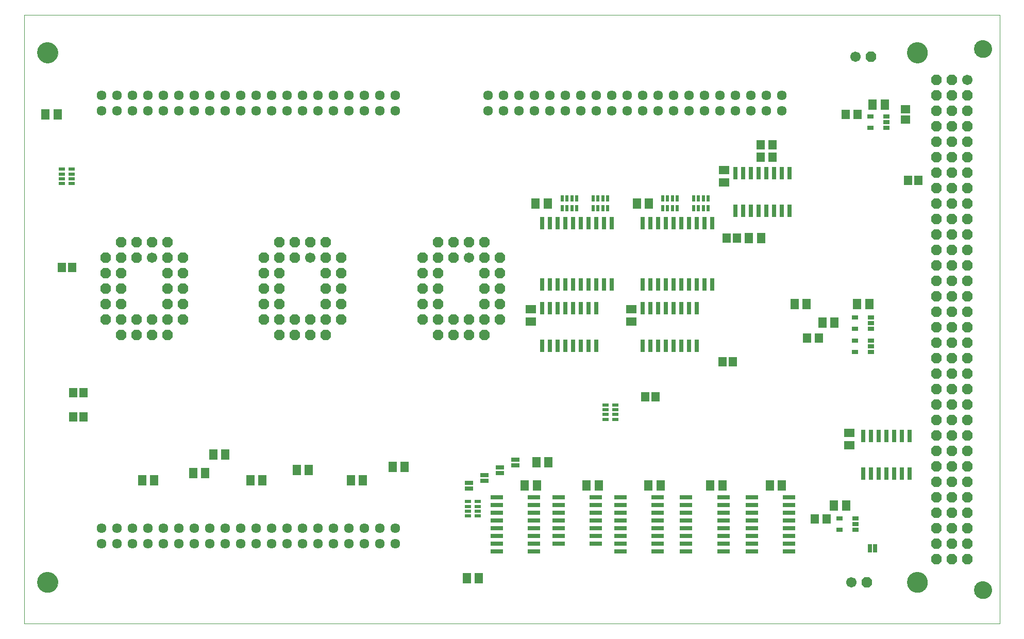
<source format=gts>
G75*
%MOIN*%
%OFA0B0*%
%FSLAX25Y25*%
%IPPOS*%
%LPD*%
%AMOC8*
5,1,8,0,0,1.08239X$1,22.5*
%
%ADD10C,0.06700*%
%ADD11OC8,0.06700*%
%ADD12R,0.05400X0.02900*%
%ADD13R,0.05518X0.06306*%
%ADD14R,0.06306X0.05518*%
%ADD15R,0.04298X0.03117*%
%ADD16R,0.05518X0.06699*%
%ADD17R,0.02900X0.05400*%
%ADD18R,0.03937X0.02362*%
%ADD19R,0.03000X0.08400*%
%ADD20R,0.06699X0.05518*%
%ADD21R,0.02362X0.03937*%
%ADD22R,0.08400X0.03000*%
%ADD23C,0.06337*%
%ADD24C,0.00000*%
%ADD25C,0.11400*%
%ADD26C,0.13400*%
D10*
X0130833Y0311100D03*
X0233333Y0311100D03*
X0335833Y0311100D03*
X0585833Y0441100D03*
X0658333Y0426100D03*
X0583333Y0101100D03*
D11*
X0593333Y0101100D03*
X0638333Y0116100D03*
X0638333Y0126100D03*
X0638333Y0136100D03*
X0638333Y0146100D03*
X0638333Y0156100D03*
X0638333Y0166100D03*
X0638333Y0176100D03*
X0638333Y0186100D03*
X0638333Y0196100D03*
X0638333Y0206100D03*
X0638333Y0216100D03*
X0638333Y0226100D03*
X0638333Y0236100D03*
X0638333Y0246100D03*
X0638333Y0256100D03*
X0638333Y0266100D03*
X0638333Y0276100D03*
X0638333Y0286100D03*
X0638333Y0296100D03*
X0638333Y0306100D03*
X0638333Y0316100D03*
X0638333Y0326100D03*
X0638333Y0336100D03*
X0638333Y0346100D03*
X0638333Y0356100D03*
X0638333Y0366100D03*
X0638333Y0376100D03*
X0638333Y0386100D03*
X0638333Y0396100D03*
X0638333Y0406100D03*
X0638333Y0416100D03*
X0638333Y0426100D03*
X0648333Y0426100D03*
X0648333Y0416100D03*
X0658333Y0416100D03*
X0658333Y0406100D03*
X0648333Y0406100D03*
X0648333Y0396100D03*
X0658333Y0396100D03*
X0658333Y0386100D03*
X0648333Y0386100D03*
X0648333Y0376100D03*
X0658333Y0376100D03*
X0658333Y0366100D03*
X0648333Y0366100D03*
X0648333Y0356100D03*
X0658333Y0356100D03*
X0658333Y0346100D03*
X0648333Y0346100D03*
X0648333Y0336100D03*
X0648333Y0326100D03*
X0658333Y0326100D03*
X0658333Y0336100D03*
X0658333Y0316100D03*
X0648333Y0316100D03*
X0648333Y0306100D03*
X0658333Y0306100D03*
X0658333Y0296100D03*
X0648333Y0296100D03*
X0648333Y0286100D03*
X0658333Y0286100D03*
X0658333Y0276100D03*
X0648333Y0276100D03*
X0648333Y0266100D03*
X0658333Y0266100D03*
X0658333Y0256100D03*
X0648333Y0256100D03*
X0648333Y0246100D03*
X0658333Y0246100D03*
X0658333Y0236100D03*
X0648333Y0236100D03*
X0648333Y0226100D03*
X0658333Y0226100D03*
X0658333Y0216100D03*
X0648333Y0216100D03*
X0648333Y0206100D03*
X0658333Y0206100D03*
X0658333Y0196100D03*
X0648333Y0196100D03*
X0648333Y0186100D03*
X0658333Y0186100D03*
X0658333Y0176100D03*
X0648333Y0176100D03*
X0648333Y0166100D03*
X0658333Y0166100D03*
X0658333Y0156100D03*
X0648333Y0156100D03*
X0648333Y0146100D03*
X0648333Y0136100D03*
X0658333Y0136100D03*
X0658333Y0146100D03*
X0658333Y0126100D03*
X0648333Y0126100D03*
X0648333Y0116100D03*
X0658333Y0116100D03*
X0355833Y0271100D03*
X0355833Y0281100D03*
X0345833Y0281100D03*
X0345833Y0271100D03*
X0335833Y0271100D03*
X0325833Y0271100D03*
X0315833Y0271100D03*
X0305833Y0271100D03*
X0305833Y0281100D03*
X0315833Y0281100D03*
X0315833Y0291100D03*
X0305833Y0291100D03*
X0305833Y0301100D03*
X0315833Y0301100D03*
X0315833Y0311100D03*
X0305833Y0311100D03*
X0315833Y0321100D03*
X0325833Y0321100D03*
X0325833Y0311100D03*
X0335833Y0321100D03*
X0345833Y0321100D03*
X0345833Y0311100D03*
X0345833Y0301100D03*
X0345833Y0291100D03*
X0355833Y0291100D03*
X0355833Y0301100D03*
X0355833Y0311100D03*
X0345833Y0261100D03*
X0335833Y0261100D03*
X0325833Y0261100D03*
X0315833Y0261100D03*
X0253333Y0271100D03*
X0243333Y0271100D03*
X0243333Y0281100D03*
X0253333Y0281100D03*
X0253333Y0291100D03*
X0243333Y0291100D03*
X0243333Y0301100D03*
X0253333Y0301100D03*
X0253333Y0311100D03*
X0243333Y0311100D03*
X0243333Y0321100D03*
X0233333Y0321100D03*
X0223333Y0321100D03*
X0213333Y0321100D03*
X0213333Y0311100D03*
X0223333Y0311100D03*
X0213333Y0301100D03*
X0203333Y0301100D03*
X0203333Y0291100D03*
X0203333Y0281100D03*
X0203333Y0271100D03*
X0213333Y0271100D03*
X0213333Y0281100D03*
X0223333Y0271100D03*
X0233333Y0271100D03*
X0233333Y0261100D03*
X0223333Y0261100D03*
X0213333Y0261100D03*
X0243333Y0261100D03*
X0213333Y0291100D03*
X0203333Y0311100D03*
X0150833Y0311100D03*
X0140833Y0311100D03*
X0140833Y0301100D03*
X0140833Y0291100D03*
X0140833Y0281100D03*
X0140833Y0271100D03*
X0130833Y0271100D03*
X0120833Y0271100D03*
X0110833Y0271100D03*
X0100833Y0271100D03*
X0100833Y0281100D03*
X0110833Y0281100D03*
X0110833Y0291100D03*
X0100833Y0291100D03*
X0100833Y0301100D03*
X0110833Y0301100D03*
X0110833Y0311100D03*
X0100833Y0311100D03*
X0110833Y0321100D03*
X0120833Y0321100D03*
X0130833Y0321100D03*
X0140833Y0321100D03*
X0120833Y0311100D03*
X0150833Y0301100D03*
X0150833Y0291100D03*
X0150833Y0281100D03*
X0150833Y0271100D03*
X0140833Y0261100D03*
X0130833Y0261100D03*
X0120833Y0261100D03*
X0110833Y0261100D03*
X0595833Y0441100D03*
D12*
X0365833Y0180372D03*
X0365833Y0176828D03*
X0355833Y0175372D03*
X0355833Y0171828D03*
X0345833Y0170372D03*
X0345833Y0166828D03*
X0335833Y0165372D03*
X0335833Y0161828D03*
D13*
X0449987Y0221100D03*
X0456680Y0221100D03*
X0499987Y0243600D03*
X0506680Y0243600D03*
X0554593Y0259100D03*
X0562073Y0259100D03*
X0509180Y0323600D03*
X0502487Y0323600D03*
X0524593Y0376100D03*
X0532073Y0376100D03*
X0532073Y0384100D03*
X0524593Y0384100D03*
X0579593Y0403600D03*
X0587073Y0403600D03*
X0619987Y0361100D03*
X0626680Y0361100D03*
X0567073Y0142100D03*
X0559593Y0142100D03*
X0086680Y0208100D03*
X0079987Y0208100D03*
X0079987Y0223600D03*
X0086680Y0223600D03*
X0079180Y0304600D03*
X0072487Y0304600D03*
D14*
X0618333Y0400254D03*
X0618333Y0406946D03*
D15*
X0605912Y0402340D03*
X0605912Y0398600D03*
X0605912Y0394860D03*
X0595715Y0394860D03*
X0595715Y0402340D03*
X0595912Y0272340D03*
X0595912Y0268600D03*
X0595912Y0264860D03*
X0595912Y0257340D03*
X0595912Y0253600D03*
X0595912Y0249860D03*
X0585715Y0249860D03*
X0585715Y0257340D03*
X0585715Y0264860D03*
X0585715Y0272340D03*
X0585912Y0142340D03*
X0585912Y0138600D03*
X0585912Y0134860D03*
X0575715Y0134860D03*
X0575715Y0142340D03*
D16*
X0571896Y0150600D03*
X0579770Y0150600D03*
X0538270Y0163600D03*
X0530396Y0163600D03*
X0499770Y0163600D03*
X0491896Y0163600D03*
X0459770Y0163600D03*
X0451896Y0163600D03*
X0419770Y0163600D03*
X0411896Y0163600D03*
X0387270Y0178600D03*
X0379396Y0178600D03*
X0379770Y0163600D03*
X0371896Y0163600D03*
X0342270Y0103600D03*
X0334396Y0103600D03*
X0267270Y0167100D03*
X0259396Y0167100D03*
X0232270Y0173600D03*
X0224396Y0173600D03*
X0202270Y0167100D03*
X0194396Y0167100D03*
X0178270Y0183600D03*
X0170396Y0183600D03*
X0165270Y0171600D03*
X0157396Y0171600D03*
X0132270Y0167100D03*
X0124396Y0167100D03*
X0286396Y0175600D03*
X0294270Y0175600D03*
X0378896Y0346100D03*
X0386770Y0346100D03*
X0444396Y0346100D03*
X0452270Y0346100D03*
X0516896Y0323600D03*
X0524770Y0323600D03*
X0546396Y0281100D03*
X0554270Y0281100D03*
X0564396Y0269100D03*
X0572270Y0269100D03*
X0586896Y0281100D03*
X0594770Y0281100D03*
X0596896Y0410100D03*
X0604770Y0410100D03*
X0069770Y0403600D03*
X0061896Y0403600D03*
D17*
X0595062Y0123100D03*
X0598605Y0123100D03*
D18*
X0430483Y0206376D03*
X0430483Y0209525D03*
X0430483Y0212675D03*
X0430483Y0215824D03*
X0424184Y0215824D03*
X0424184Y0212675D03*
X0424184Y0209525D03*
X0424184Y0206376D03*
X0341483Y0153324D03*
X0341483Y0150175D03*
X0341483Y0147025D03*
X0341483Y0143876D03*
X0335184Y0143876D03*
X0335184Y0147025D03*
X0335184Y0150175D03*
X0335184Y0153324D03*
X0078983Y0358876D03*
X0078983Y0362025D03*
X0078983Y0365175D03*
X0078983Y0368324D03*
X0072684Y0368324D03*
X0072684Y0365175D03*
X0072684Y0362025D03*
X0072684Y0358876D03*
D19*
X0383333Y0333400D03*
X0388333Y0333400D03*
X0393333Y0333400D03*
X0398333Y0333400D03*
X0403333Y0333400D03*
X0408333Y0333400D03*
X0413333Y0333400D03*
X0418333Y0333400D03*
X0423333Y0333400D03*
X0428333Y0333400D03*
X0448333Y0333400D03*
X0453333Y0333400D03*
X0458333Y0333400D03*
X0463333Y0333400D03*
X0468333Y0333400D03*
X0473333Y0333400D03*
X0478333Y0333400D03*
X0483333Y0333400D03*
X0488333Y0333400D03*
X0493333Y0333400D03*
X0508333Y0341500D03*
X0513333Y0341500D03*
X0518333Y0341500D03*
X0523333Y0341500D03*
X0528333Y0341500D03*
X0533333Y0341500D03*
X0538333Y0341500D03*
X0543333Y0341500D03*
X0543333Y0365700D03*
X0538333Y0365700D03*
X0533333Y0365700D03*
X0528333Y0365700D03*
X0523333Y0365700D03*
X0518333Y0365700D03*
X0513333Y0365700D03*
X0508333Y0365700D03*
X0493333Y0293800D03*
X0488333Y0293800D03*
X0483333Y0293800D03*
X0478333Y0293800D03*
X0473333Y0293800D03*
X0468333Y0293800D03*
X0463333Y0293800D03*
X0458333Y0293800D03*
X0453333Y0293800D03*
X0448333Y0293800D03*
X0448333Y0278200D03*
X0453333Y0278200D03*
X0458333Y0278200D03*
X0463333Y0278200D03*
X0468333Y0278200D03*
X0473333Y0278200D03*
X0478333Y0278200D03*
X0483333Y0278200D03*
X0483333Y0254000D03*
X0478333Y0254000D03*
X0473333Y0254000D03*
X0468333Y0254000D03*
X0463333Y0254000D03*
X0458333Y0254000D03*
X0453333Y0254000D03*
X0448333Y0254000D03*
X0418333Y0254000D03*
X0413333Y0254000D03*
X0408333Y0254000D03*
X0403333Y0254000D03*
X0398333Y0254000D03*
X0393333Y0254000D03*
X0388333Y0254000D03*
X0383333Y0254000D03*
X0383333Y0278200D03*
X0388333Y0278200D03*
X0393333Y0278200D03*
X0398333Y0278200D03*
X0403333Y0278200D03*
X0408333Y0278200D03*
X0413333Y0278200D03*
X0418333Y0278200D03*
X0418333Y0293800D03*
X0413333Y0293800D03*
X0408333Y0293800D03*
X0403333Y0293800D03*
X0398333Y0293800D03*
X0393333Y0293800D03*
X0388333Y0293800D03*
X0383333Y0293800D03*
X0423333Y0293800D03*
X0428333Y0293800D03*
X0590833Y0195700D03*
X0595833Y0195700D03*
X0600833Y0195700D03*
X0605833Y0195700D03*
X0610833Y0195700D03*
X0615833Y0195700D03*
X0620833Y0195700D03*
X0620833Y0171500D03*
X0615833Y0171500D03*
X0610833Y0171500D03*
X0605833Y0171500D03*
X0600833Y0171500D03*
X0595833Y0171500D03*
X0590833Y0171500D03*
D20*
X0581833Y0189663D03*
X0581833Y0197537D03*
X0440833Y0269663D03*
X0440833Y0277537D03*
X0375833Y0277537D03*
X0375833Y0269663D03*
X0500833Y0359663D03*
X0500833Y0367537D03*
D21*
X0490558Y0349250D03*
X0487408Y0349250D03*
X0484259Y0349250D03*
X0481109Y0349250D03*
X0481109Y0342950D03*
X0484259Y0342950D03*
X0487408Y0342950D03*
X0490558Y0342950D03*
X0470558Y0342950D03*
X0467408Y0342950D03*
X0464259Y0342950D03*
X0461109Y0342950D03*
X0461109Y0349250D03*
X0464259Y0349250D03*
X0467408Y0349250D03*
X0470558Y0349250D03*
X0425558Y0349250D03*
X0422408Y0349250D03*
X0419259Y0349250D03*
X0416109Y0349250D03*
X0416109Y0342950D03*
X0419259Y0342950D03*
X0422408Y0342950D03*
X0425558Y0342950D03*
X0405558Y0342950D03*
X0402408Y0342950D03*
X0399259Y0342950D03*
X0396109Y0342950D03*
X0396109Y0349250D03*
X0399259Y0349250D03*
X0402408Y0349250D03*
X0405558Y0349250D03*
D22*
X0393733Y0156100D03*
X0393733Y0151100D03*
X0393733Y0146100D03*
X0393733Y0141100D03*
X0393733Y0136100D03*
X0393733Y0131100D03*
X0393733Y0126100D03*
X0377933Y0126100D03*
X0377933Y0121100D03*
X0377933Y0131100D03*
X0377933Y0136100D03*
X0377933Y0141100D03*
X0377933Y0146100D03*
X0377933Y0151100D03*
X0377933Y0156100D03*
X0353733Y0156100D03*
X0353733Y0151100D03*
X0353733Y0146100D03*
X0353733Y0141100D03*
X0353733Y0136100D03*
X0353733Y0131100D03*
X0353733Y0126100D03*
X0353733Y0121100D03*
X0417933Y0126100D03*
X0417933Y0131100D03*
X0417933Y0136100D03*
X0417933Y0141100D03*
X0417933Y0146100D03*
X0417933Y0151100D03*
X0417933Y0156100D03*
X0433733Y0156100D03*
X0433733Y0151100D03*
X0433733Y0146100D03*
X0433733Y0141100D03*
X0433733Y0136100D03*
X0433733Y0131100D03*
X0433733Y0126100D03*
X0433733Y0121100D03*
X0457933Y0121100D03*
X0457933Y0126100D03*
X0457933Y0131100D03*
X0457933Y0136100D03*
X0457933Y0141100D03*
X0457933Y0146100D03*
X0457933Y0151100D03*
X0457933Y0156100D03*
X0476233Y0156100D03*
X0476233Y0151100D03*
X0476233Y0146100D03*
X0476233Y0141100D03*
X0476233Y0136100D03*
X0476233Y0131100D03*
X0476233Y0126100D03*
X0476233Y0121100D03*
X0500433Y0121100D03*
X0500433Y0126100D03*
X0500433Y0131100D03*
X0500433Y0136100D03*
X0500433Y0141100D03*
X0500433Y0146100D03*
X0500433Y0151100D03*
X0500433Y0156100D03*
X0518733Y0156100D03*
X0518733Y0151100D03*
X0518733Y0146100D03*
X0518733Y0141100D03*
X0518733Y0136100D03*
X0518733Y0131100D03*
X0518733Y0126100D03*
X0518733Y0121100D03*
X0542933Y0121100D03*
X0542933Y0126100D03*
X0542933Y0131100D03*
X0542933Y0136100D03*
X0542933Y0141100D03*
X0542933Y0146100D03*
X0542933Y0151100D03*
X0542933Y0156100D03*
D23*
X0288333Y0136100D03*
X0278333Y0136100D03*
X0268333Y0136100D03*
X0258333Y0136100D03*
X0248333Y0136100D03*
X0238333Y0136100D03*
X0228333Y0136100D03*
X0218333Y0136100D03*
X0208333Y0136100D03*
X0198333Y0136100D03*
X0188333Y0136100D03*
X0178333Y0136100D03*
X0168333Y0136100D03*
X0158333Y0136100D03*
X0148333Y0136100D03*
X0138333Y0136100D03*
X0128333Y0136100D03*
X0118333Y0136100D03*
X0108333Y0136100D03*
X0098333Y0136100D03*
X0098333Y0126100D03*
X0108333Y0126100D03*
X0118333Y0126100D03*
X0128333Y0126100D03*
X0138333Y0126100D03*
X0148333Y0126100D03*
X0158333Y0126100D03*
X0168333Y0126100D03*
X0178333Y0126100D03*
X0188333Y0126100D03*
X0198333Y0126100D03*
X0208333Y0126100D03*
X0218333Y0126100D03*
X0228333Y0126100D03*
X0238333Y0126100D03*
X0248333Y0126100D03*
X0258333Y0126100D03*
X0268333Y0126100D03*
X0278333Y0126100D03*
X0288333Y0126100D03*
X0288333Y0406100D03*
X0278333Y0406100D03*
X0268333Y0406100D03*
X0258333Y0406100D03*
X0248333Y0406100D03*
X0238333Y0406100D03*
X0228333Y0406100D03*
X0218333Y0406100D03*
X0208333Y0406100D03*
X0198333Y0406100D03*
X0188333Y0406100D03*
X0178333Y0406100D03*
X0168333Y0406100D03*
X0158333Y0406100D03*
X0148333Y0406100D03*
X0138333Y0406100D03*
X0128333Y0406100D03*
X0118333Y0406100D03*
X0108333Y0406100D03*
X0098333Y0406100D03*
X0098333Y0416100D03*
X0108333Y0416100D03*
X0118333Y0416100D03*
X0128333Y0416100D03*
X0138333Y0416100D03*
X0148333Y0416100D03*
X0158333Y0416100D03*
X0168333Y0416100D03*
X0178333Y0416100D03*
X0188333Y0416100D03*
X0198333Y0416100D03*
X0208333Y0416100D03*
X0218333Y0416100D03*
X0228333Y0416100D03*
X0238333Y0416100D03*
X0248333Y0416100D03*
X0258333Y0416100D03*
X0268333Y0416100D03*
X0278333Y0416100D03*
X0288333Y0416100D03*
X0348333Y0416100D03*
X0358333Y0416100D03*
X0368333Y0416100D03*
X0368333Y0406100D03*
X0358333Y0406100D03*
X0348333Y0406100D03*
X0378333Y0406100D03*
X0388333Y0406100D03*
X0388333Y0416100D03*
X0378333Y0416100D03*
X0398333Y0416100D03*
X0408333Y0416100D03*
X0418333Y0416100D03*
X0418333Y0406100D03*
X0408333Y0406100D03*
X0398333Y0406100D03*
X0428333Y0406100D03*
X0438333Y0406100D03*
X0438333Y0416100D03*
X0428333Y0416100D03*
X0448333Y0416100D03*
X0458333Y0416100D03*
X0468333Y0416100D03*
X0468333Y0406100D03*
X0458333Y0406100D03*
X0448333Y0406100D03*
X0478333Y0406100D03*
X0488333Y0406100D03*
X0488333Y0416100D03*
X0478333Y0416100D03*
X0498333Y0416100D03*
X0508333Y0416100D03*
X0508333Y0406100D03*
X0498333Y0406100D03*
X0518333Y0406100D03*
X0528333Y0406100D03*
X0538333Y0406100D03*
X0538333Y0416100D03*
X0528333Y0416100D03*
X0518333Y0416100D03*
D24*
X0048333Y0468000D02*
X0048333Y0074200D01*
X0679333Y0074200D01*
X0679333Y0468000D01*
X0048333Y0468000D01*
X0056833Y0443600D02*
X0056835Y0443761D01*
X0056841Y0443921D01*
X0056851Y0444082D01*
X0056865Y0444242D01*
X0056883Y0444402D01*
X0056904Y0444561D01*
X0056930Y0444720D01*
X0056960Y0444878D01*
X0056993Y0445035D01*
X0057031Y0445192D01*
X0057072Y0445347D01*
X0057117Y0445501D01*
X0057166Y0445654D01*
X0057219Y0445806D01*
X0057275Y0445957D01*
X0057336Y0446106D01*
X0057399Y0446254D01*
X0057467Y0446400D01*
X0057538Y0446544D01*
X0057612Y0446686D01*
X0057690Y0446827D01*
X0057772Y0446965D01*
X0057857Y0447102D01*
X0057945Y0447236D01*
X0058037Y0447368D01*
X0058132Y0447498D01*
X0058230Y0447626D01*
X0058331Y0447751D01*
X0058435Y0447873D01*
X0058542Y0447993D01*
X0058652Y0448110D01*
X0058765Y0448225D01*
X0058881Y0448336D01*
X0059000Y0448445D01*
X0059121Y0448550D01*
X0059245Y0448653D01*
X0059371Y0448753D01*
X0059499Y0448849D01*
X0059630Y0448942D01*
X0059764Y0449032D01*
X0059899Y0449119D01*
X0060037Y0449202D01*
X0060176Y0449282D01*
X0060318Y0449358D01*
X0060461Y0449431D01*
X0060606Y0449500D01*
X0060753Y0449566D01*
X0060901Y0449628D01*
X0061051Y0449686D01*
X0061202Y0449741D01*
X0061355Y0449792D01*
X0061509Y0449839D01*
X0061664Y0449882D01*
X0061820Y0449921D01*
X0061976Y0449957D01*
X0062134Y0449988D01*
X0062292Y0450016D01*
X0062451Y0450040D01*
X0062611Y0450060D01*
X0062771Y0450076D01*
X0062931Y0450088D01*
X0063092Y0450096D01*
X0063253Y0450100D01*
X0063413Y0450100D01*
X0063574Y0450096D01*
X0063735Y0450088D01*
X0063895Y0450076D01*
X0064055Y0450060D01*
X0064215Y0450040D01*
X0064374Y0450016D01*
X0064532Y0449988D01*
X0064690Y0449957D01*
X0064846Y0449921D01*
X0065002Y0449882D01*
X0065157Y0449839D01*
X0065311Y0449792D01*
X0065464Y0449741D01*
X0065615Y0449686D01*
X0065765Y0449628D01*
X0065913Y0449566D01*
X0066060Y0449500D01*
X0066205Y0449431D01*
X0066348Y0449358D01*
X0066490Y0449282D01*
X0066629Y0449202D01*
X0066767Y0449119D01*
X0066902Y0449032D01*
X0067036Y0448942D01*
X0067167Y0448849D01*
X0067295Y0448753D01*
X0067421Y0448653D01*
X0067545Y0448550D01*
X0067666Y0448445D01*
X0067785Y0448336D01*
X0067901Y0448225D01*
X0068014Y0448110D01*
X0068124Y0447993D01*
X0068231Y0447873D01*
X0068335Y0447751D01*
X0068436Y0447626D01*
X0068534Y0447498D01*
X0068629Y0447368D01*
X0068721Y0447236D01*
X0068809Y0447102D01*
X0068894Y0446965D01*
X0068976Y0446827D01*
X0069054Y0446686D01*
X0069128Y0446544D01*
X0069199Y0446400D01*
X0069267Y0446254D01*
X0069330Y0446106D01*
X0069391Y0445957D01*
X0069447Y0445806D01*
X0069500Y0445654D01*
X0069549Y0445501D01*
X0069594Y0445347D01*
X0069635Y0445192D01*
X0069673Y0445035D01*
X0069706Y0444878D01*
X0069736Y0444720D01*
X0069762Y0444561D01*
X0069783Y0444402D01*
X0069801Y0444242D01*
X0069815Y0444082D01*
X0069825Y0443921D01*
X0069831Y0443761D01*
X0069833Y0443600D01*
X0069831Y0443439D01*
X0069825Y0443279D01*
X0069815Y0443118D01*
X0069801Y0442958D01*
X0069783Y0442798D01*
X0069762Y0442639D01*
X0069736Y0442480D01*
X0069706Y0442322D01*
X0069673Y0442165D01*
X0069635Y0442008D01*
X0069594Y0441853D01*
X0069549Y0441699D01*
X0069500Y0441546D01*
X0069447Y0441394D01*
X0069391Y0441243D01*
X0069330Y0441094D01*
X0069267Y0440946D01*
X0069199Y0440800D01*
X0069128Y0440656D01*
X0069054Y0440514D01*
X0068976Y0440373D01*
X0068894Y0440235D01*
X0068809Y0440098D01*
X0068721Y0439964D01*
X0068629Y0439832D01*
X0068534Y0439702D01*
X0068436Y0439574D01*
X0068335Y0439449D01*
X0068231Y0439327D01*
X0068124Y0439207D01*
X0068014Y0439090D01*
X0067901Y0438975D01*
X0067785Y0438864D01*
X0067666Y0438755D01*
X0067545Y0438650D01*
X0067421Y0438547D01*
X0067295Y0438447D01*
X0067167Y0438351D01*
X0067036Y0438258D01*
X0066902Y0438168D01*
X0066767Y0438081D01*
X0066629Y0437998D01*
X0066490Y0437918D01*
X0066348Y0437842D01*
X0066205Y0437769D01*
X0066060Y0437700D01*
X0065913Y0437634D01*
X0065765Y0437572D01*
X0065615Y0437514D01*
X0065464Y0437459D01*
X0065311Y0437408D01*
X0065157Y0437361D01*
X0065002Y0437318D01*
X0064846Y0437279D01*
X0064690Y0437243D01*
X0064532Y0437212D01*
X0064374Y0437184D01*
X0064215Y0437160D01*
X0064055Y0437140D01*
X0063895Y0437124D01*
X0063735Y0437112D01*
X0063574Y0437104D01*
X0063413Y0437100D01*
X0063253Y0437100D01*
X0063092Y0437104D01*
X0062931Y0437112D01*
X0062771Y0437124D01*
X0062611Y0437140D01*
X0062451Y0437160D01*
X0062292Y0437184D01*
X0062134Y0437212D01*
X0061976Y0437243D01*
X0061820Y0437279D01*
X0061664Y0437318D01*
X0061509Y0437361D01*
X0061355Y0437408D01*
X0061202Y0437459D01*
X0061051Y0437514D01*
X0060901Y0437572D01*
X0060753Y0437634D01*
X0060606Y0437700D01*
X0060461Y0437769D01*
X0060318Y0437842D01*
X0060176Y0437918D01*
X0060037Y0437998D01*
X0059899Y0438081D01*
X0059764Y0438168D01*
X0059630Y0438258D01*
X0059499Y0438351D01*
X0059371Y0438447D01*
X0059245Y0438547D01*
X0059121Y0438650D01*
X0059000Y0438755D01*
X0058881Y0438864D01*
X0058765Y0438975D01*
X0058652Y0439090D01*
X0058542Y0439207D01*
X0058435Y0439327D01*
X0058331Y0439449D01*
X0058230Y0439574D01*
X0058132Y0439702D01*
X0058037Y0439832D01*
X0057945Y0439964D01*
X0057857Y0440098D01*
X0057772Y0440235D01*
X0057690Y0440373D01*
X0057612Y0440514D01*
X0057538Y0440656D01*
X0057467Y0440800D01*
X0057399Y0440946D01*
X0057336Y0441094D01*
X0057275Y0441243D01*
X0057219Y0441394D01*
X0057166Y0441546D01*
X0057117Y0441699D01*
X0057072Y0441853D01*
X0057031Y0442008D01*
X0056993Y0442165D01*
X0056960Y0442322D01*
X0056930Y0442480D01*
X0056904Y0442639D01*
X0056883Y0442798D01*
X0056865Y0442958D01*
X0056851Y0443118D01*
X0056841Y0443279D01*
X0056835Y0443439D01*
X0056833Y0443600D01*
X0056833Y0101100D02*
X0056835Y0101261D01*
X0056841Y0101421D01*
X0056851Y0101582D01*
X0056865Y0101742D01*
X0056883Y0101902D01*
X0056904Y0102061D01*
X0056930Y0102220D01*
X0056960Y0102378D01*
X0056993Y0102535D01*
X0057031Y0102692D01*
X0057072Y0102847D01*
X0057117Y0103001D01*
X0057166Y0103154D01*
X0057219Y0103306D01*
X0057275Y0103457D01*
X0057336Y0103606D01*
X0057399Y0103754D01*
X0057467Y0103900D01*
X0057538Y0104044D01*
X0057612Y0104186D01*
X0057690Y0104327D01*
X0057772Y0104465D01*
X0057857Y0104602D01*
X0057945Y0104736D01*
X0058037Y0104868D01*
X0058132Y0104998D01*
X0058230Y0105126D01*
X0058331Y0105251D01*
X0058435Y0105373D01*
X0058542Y0105493D01*
X0058652Y0105610D01*
X0058765Y0105725D01*
X0058881Y0105836D01*
X0059000Y0105945D01*
X0059121Y0106050D01*
X0059245Y0106153D01*
X0059371Y0106253D01*
X0059499Y0106349D01*
X0059630Y0106442D01*
X0059764Y0106532D01*
X0059899Y0106619D01*
X0060037Y0106702D01*
X0060176Y0106782D01*
X0060318Y0106858D01*
X0060461Y0106931D01*
X0060606Y0107000D01*
X0060753Y0107066D01*
X0060901Y0107128D01*
X0061051Y0107186D01*
X0061202Y0107241D01*
X0061355Y0107292D01*
X0061509Y0107339D01*
X0061664Y0107382D01*
X0061820Y0107421D01*
X0061976Y0107457D01*
X0062134Y0107488D01*
X0062292Y0107516D01*
X0062451Y0107540D01*
X0062611Y0107560D01*
X0062771Y0107576D01*
X0062931Y0107588D01*
X0063092Y0107596D01*
X0063253Y0107600D01*
X0063413Y0107600D01*
X0063574Y0107596D01*
X0063735Y0107588D01*
X0063895Y0107576D01*
X0064055Y0107560D01*
X0064215Y0107540D01*
X0064374Y0107516D01*
X0064532Y0107488D01*
X0064690Y0107457D01*
X0064846Y0107421D01*
X0065002Y0107382D01*
X0065157Y0107339D01*
X0065311Y0107292D01*
X0065464Y0107241D01*
X0065615Y0107186D01*
X0065765Y0107128D01*
X0065913Y0107066D01*
X0066060Y0107000D01*
X0066205Y0106931D01*
X0066348Y0106858D01*
X0066490Y0106782D01*
X0066629Y0106702D01*
X0066767Y0106619D01*
X0066902Y0106532D01*
X0067036Y0106442D01*
X0067167Y0106349D01*
X0067295Y0106253D01*
X0067421Y0106153D01*
X0067545Y0106050D01*
X0067666Y0105945D01*
X0067785Y0105836D01*
X0067901Y0105725D01*
X0068014Y0105610D01*
X0068124Y0105493D01*
X0068231Y0105373D01*
X0068335Y0105251D01*
X0068436Y0105126D01*
X0068534Y0104998D01*
X0068629Y0104868D01*
X0068721Y0104736D01*
X0068809Y0104602D01*
X0068894Y0104465D01*
X0068976Y0104327D01*
X0069054Y0104186D01*
X0069128Y0104044D01*
X0069199Y0103900D01*
X0069267Y0103754D01*
X0069330Y0103606D01*
X0069391Y0103457D01*
X0069447Y0103306D01*
X0069500Y0103154D01*
X0069549Y0103001D01*
X0069594Y0102847D01*
X0069635Y0102692D01*
X0069673Y0102535D01*
X0069706Y0102378D01*
X0069736Y0102220D01*
X0069762Y0102061D01*
X0069783Y0101902D01*
X0069801Y0101742D01*
X0069815Y0101582D01*
X0069825Y0101421D01*
X0069831Y0101261D01*
X0069833Y0101100D01*
X0069831Y0100939D01*
X0069825Y0100779D01*
X0069815Y0100618D01*
X0069801Y0100458D01*
X0069783Y0100298D01*
X0069762Y0100139D01*
X0069736Y0099980D01*
X0069706Y0099822D01*
X0069673Y0099665D01*
X0069635Y0099508D01*
X0069594Y0099353D01*
X0069549Y0099199D01*
X0069500Y0099046D01*
X0069447Y0098894D01*
X0069391Y0098743D01*
X0069330Y0098594D01*
X0069267Y0098446D01*
X0069199Y0098300D01*
X0069128Y0098156D01*
X0069054Y0098014D01*
X0068976Y0097873D01*
X0068894Y0097735D01*
X0068809Y0097598D01*
X0068721Y0097464D01*
X0068629Y0097332D01*
X0068534Y0097202D01*
X0068436Y0097074D01*
X0068335Y0096949D01*
X0068231Y0096827D01*
X0068124Y0096707D01*
X0068014Y0096590D01*
X0067901Y0096475D01*
X0067785Y0096364D01*
X0067666Y0096255D01*
X0067545Y0096150D01*
X0067421Y0096047D01*
X0067295Y0095947D01*
X0067167Y0095851D01*
X0067036Y0095758D01*
X0066902Y0095668D01*
X0066767Y0095581D01*
X0066629Y0095498D01*
X0066490Y0095418D01*
X0066348Y0095342D01*
X0066205Y0095269D01*
X0066060Y0095200D01*
X0065913Y0095134D01*
X0065765Y0095072D01*
X0065615Y0095014D01*
X0065464Y0094959D01*
X0065311Y0094908D01*
X0065157Y0094861D01*
X0065002Y0094818D01*
X0064846Y0094779D01*
X0064690Y0094743D01*
X0064532Y0094712D01*
X0064374Y0094684D01*
X0064215Y0094660D01*
X0064055Y0094640D01*
X0063895Y0094624D01*
X0063735Y0094612D01*
X0063574Y0094604D01*
X0063413Y0094600D01*
X0063253Y0094600D01*
X0063092Y0094604D01*
X0062931Y0094612D01*
X0062771Y0094624D01*
X0062611Y0094640D01*
X0062451Y0094660D01*
X0062292Y0094684D01*
X0062134Y0094712D01*
X0061976Y0094743D01*
X0061820Y0094779D01*
X0061664Y0094818D01*
X0061509Y0094861D01*
X0061355Y0094908D01*
X0061202Y0094959D01*
X0061051Y0095014D01*
X0060901Y0095072D01*
X0060753Y0095134D01*
X0060606Y0095200D01*
X0060461Y0095269D01*
X0060318Y0095342D01*
X0060176Y0095418D01*
X0060037Y0095498D01*
X0059899Y0095581D01*
X0059764Y0095668D01*
X0059630Y0095758D01*
X0059499Y0095851D01*
X0059371Y0095947D01*
X0059245Y0096047D01*
X0059121Y0096150D01*
X0059000Y0096255D01*
X0058881Y0096364D01*
X0058765Y0096475D01*
X0058652Y0096590D01*
X0058542Y0096707D01*
X0058435Y0096827D01*
X0058331Y0096949D01*
X0058230Y0097074D01*
X0058132Y0097202D01*
X0058037Y0097332D01*
X0057945Y0097464D01*
X0057857Y0097598D01*
X0057772Y0097735D01*
X0057690Y0097873D01*
X0057612Y0098014D01*
X0057538Y0098156D01*
X0057467Y0098300D01*
X0057399Y0098446D01*
X0057336Y0098594D01*
X0057275Y0098743D01*
X0057219Y0098894D01*
X0057166Y0099046D01*
X0057117Y0099199D01*
X0057072Y0099353D01*
X0057031Y0099508D01*
X0056993Y0099665D01*
X0056960Y0099822D01*
X0056930Y0099980D01*
X0056904Y0100139D01*
X0056883Y0100298D01*
X0056865Y0100458D01*
X0056851Y0100618D01*
X0056841Y0100779D01*
X0056835Y0100939D01*
X0056833Y0101100D01*
X0619333Y0101100D02*
X0619335Y0101261D01*
X0619341Y0101421D01*
X0619351Y0101582D01*
X0619365Y0101742D01*
X0619383Y0101902D01*
X0619404Y0102061D01*
X0619430Y0102220D01*
X0619460Y0102378D01*
X0619493Y0102535D01*
X0619531Y0102692D01*
X0619572Y0102847D01*
X0619617Y0103001D01*
X0619666Y0103154D01*
X0619719Y0103306D01*
X0619775Y0103457D01*
X0619836Y0103606D01*
X0619899Y0103754D01*
X0619967Y0103900D01*
X0620038Y0104044D01*
X0620112Y0104186D01*
X0620190Y0104327D01*
X0620272Y0104465D01*
X0620357Y0104602D01*
X0620445Y0104736D01*
X0620537Y0104868D01*
X0620632Y0104998D01*
X0620730Y0105126D01*
X0620831Y0105251D01*
X0620935Y0105373D01*
X0621042Y0105493D01*
X0621152Y0105610D01*
X0621265Y0105725D01*
X0621381Y0105836D01*
X0621500Y0105945D01*
X0621621Y0106050D01*
X0621745Y0106153D01*
X0621871Y0106253D01*
X0621999Y0106349D01*
X0622130Y0106442D01*
X0622264Y0106532D01*
X0622399Y0106619D01*
X0622537Y0106702D01*
X0622676Y0106782D01*
X0622818Y0106858D01*
X0622961Y0106931D01*
X0623106Y0107000D01*
X0623253Y0107066D01*
X0623401Y0107128D01*
X0623551Y0107186D01*
X0623702Y0107241D01*
X0623855Y0107292D01*
X0624009Y0107339D01*
X0624164Y0107382D01*
X0624320Y0107421D01*
X0624476Y0107457D01*
X0624634Y0107488D01*
X0624792Y0107516D01*
X0624951Y0107540D01*
X0625111Y0107560D01*
X0625271Y0107576D01*
X0625431Y0107588D01*
X0625592Y0107596D01*
X0625753Y0107600D01*
X0625913Y0107600D01*
X0626074Y0107596D01*
X0626235Y0107588D01*
X0626395Y0107576D01*
X0626555Y0107560D01*
X0626715Y0107540D01*
X0626874Y0107516D01*
X0627032Y0107488D01*
X0627190Y0107457D01*
X0627346Y0107421D01*
X0627502Y0107382D01*
X0627657Y0107339D01*
X0627811Y0107292D01*
X0627964Y0107241D01*
X0628115Y0107186D01*
X0628265Y0107128D01*
X0628413Y0107066D01*
X0628560Y0107000D01*
X0628705Y0106931D01*
X0628848Y0106858D01*
X0628990Y0106782D01*
X0629129Y0106702D01*
X0629267Y0106619D01*
X0629402Y0106532D01*
X0629536Y0106442D01*
X0629667Y0106349D01*
X0629795Y0106253D01*
X0629921Y0106153D01*
X0630045Y0106050D01*
X0630166Y0105945D01*
X0630285Y0105836D01*
X0630401Y0105725D01*
X0630514Y0105610D01*
X0630624Y0105493D01*
X0630731Y0105373D01*
X0630835Y0105251D01*
X0630936Y0105126D01*
X0631034Y0104998D01*
X0631129Y0104868D01*
X0631221Y0104736D01*
X0631309Y0104602D01*
X0631394Y0104465D01*
X0631476Y0104327D01*
X0631554Y0104186D01*
X0631628Y0104044D01*
X0631699Y0103900D01*
X0631767Y0103754D01*
X0631830Y0103606D01*
X0631891Y0103457D01*
X0631947Y0103306D01*
X0632000Y0103154D01*
X0632049Y0103001D01*
X0632094Y0102847D01*
X0632135Y0102692D01*
X0632173Y0102535D01*
X0632206Y0102378D01*
X0632236Y0102220D01*
X0632262Y0102061D01*
X0632283Y0101902D01*
X0632301Y0101742D01*
X0632315Y0101582D01*
X0632325Y0101421D01*
X0632331Y0101261D01*
X0632333Y0101100D01*
X0632331Y0100939D01*
X0632325Y0100779D01*
X0632315Y0100618D01*
X0632301Y0100458D01*
X0632283Y0100298D01*
X0632262Y0100139D01*
X0632236Y0099980D01*
X0632206Y0099822D01*
X0632173Y0099665D01*
X0632135Y0099508D01*
X0632094Y0099353D01*
X0632049Y0099199D01*
X0632000Y0099046D01*
X0631947Y0098894D01*
X0631891Y0098743D01*
X0631830Y0098594D01*
X0631767Y0098446D01*
X0631699Y0098300D01*
X0631628Y0098156D01*
X0631554Y0098014D01*
X0631476Y0097873D01*
X0631394Y0097735D01*
X0631309Y0097598D01*
X0631221Y0097464D01*
X0631129Y0097332D01*
X0631034Y0097202D01*
X0630936Y0097074D01*
X0630835Y0096949D01*
X0630731Y0096827D01*
X0630624Y0096707D01*
X0630514Y0096590D01*
X0630401Y0096475D01*
X0630285Y0096364D01*
X0630166Y0096255D01*
X0630045Y0096150D01*
X0629921Y0096047D01*
X0629795Y0095947D01*
X0629667Y0095851D01*
X0629536Y0095758D01*
X0629402Y0095668D01*
X0629267Y0095581D01*
X0629129Y0095498D01*
X0628990Y0095418D01*
X0628848Y0095342D01*
X0628705Y0095269D01*
X0628560Y0095200D01*
X0628413Y0095134D01*
X0628265Y0095072D01*
X0628115Y0095014D01*
X0627964Y0094959D01*
X0627811Y0094908D01*
X0627657Y0094861D01*
X0627502Y0094818D01*
X0627346Y0094779D01*
X0627190Y0094743D01*
X0627032Y0094712D01*
X0626874Y0094684D01*
X0626715Y0094660D01*
X0626555Y0094640D01*
X0626395Y0094624D01*
X0626235Y0094612D01*
X0626074Y0094604D01*
X0625913Y0094600D01*
X0625753Y0094600D01*
X0625592Y0094604D01*
X0625431Y0094612D01*
X0625271Y0094624D01*
X0625111Y0094640D01*
X0624951Y0094660D01*
X0624792Y0094684D01*
X0624634Y0094712D01*
X0624476Y0094743D01*
X0624320Y0094779D01*
X0624164Y0094818D01*
X0624009Y0094861D01*
X0623855Y0094908D01*
X0623702Y0094959D01*
X0623551Y0095014D01*
X0623401Y0095072D01*
X0623253Y0095134D01*
X0623106Y0095200D01*
X0622961Y0095269D01*
X0622818Y0095342D01*
X0622676Y0095418D01*
X0622537Y0095498D01*
X0622399Y0095581D01*
X0622264Y0095668D01*
X0622130Y0095758D01*
X0621999Y0095851D01*
X0621871Y0095947D01*
X0621745Y0096047D01*
X0621621Y0096150D01*
X0621500Y0096255D01*
X0621381Y0096364D01*
X0621265Y0096475D01*
X0621152Y0096590D01*
X0621042Y0096707D01*
X0620935Y0096827D01*
X0620831Y0096949D01*
X0620730Y0097074D01*
X0620632Y0097202D01*
X0620537Y0097332D01*
X0620445Y0097464D01*
X0620357Y0097598D01*
X0620272Y0097735D01*
X0620190Y0097873D01*
X0620112Y0098014D01*
X0620038Y0098156D01*
X0619967Y0098300D01*
X0619899Y0098446D01*
X0619836Y0098594D01*
X0619775Y0098743D01*
X0619719Y0098894D01*
X0619666Y0099046D01*
X0619617Y0099199D01*
X0619572Y0099353D01*
X0619531Y0099508D01*
X0619493Y0099665D01*
X0619460Y0099822D01*
X0619430Y0099980D01*
X0619404Y0100139D01*
X0619383Y0100298D01*
X0619365Y0100458D01*
X0619351Y0100618D01*
X0619341Y0100779D01*
X0619335Y0100939D01*
X0619333Y0101100D01*
X0662833Y0096100D02*
X0662835Y0096248D01*
X0662841Y0096396D01*
X0662851Y0096544D01*
X0662865Y0096692D01*
X0662883Y0096839D01*
X0662905Y0096986D01*
X0662931Y0097132D01*
X0662960Y0097277D01*
X0662994Y0097422D01*
X0663032Y0097565D01*
X0663073Y0097708D01*
X0663118Y0097849D01*
X0663168Y0097989D01*
X0663220Y0098127D01*
X0663277Y0098265D01*
X0663337Y0098400D01*
X0663401Y0098534D01*
X0663468Y0098666D01*
X0663539Y0098796D01*
X0663614Y0098925D01*
X0663692Y0099051D01*
X0663773Y0099175D01*
X0663857Y0099297D01*
X0663945Y0099416D01*
X0664036Y0099533D01*
X0664130Y0099648D01*
X0664228Y0099760D01*
X0664328Y0099869D01*
X0664431Y0099976D01*
X0664537Y0100080D01*
X0664645Y0100181D01*
X0664757Y0100279D01*
X0664871Y0100374D01*
X0664987Y0100465D01*
X0665106Y0100554D01*
X0665227Y0100639D01*
X0665351Y0100721D01*
X0665477Y0100800D01*
X0665604Y0100875D01*
X0665734Y0100947D01*
X0665866Y0101016D01*
X0665999Y0101080D01*
X0666134Y0101141D01*
X0666271Y0101199D01*
X0666409Y0101253D01*
X0666549Y0101303D01*
X0666690Y0101349D01*
X0666832Y0101391D01*
X0666975Y0101430D01*
X0667119Y0101464D01*
X0667265Y0101495D01*
X0667410Y0101522D01*
X0667557Y0101545D01*
X0667704Y0101564D01*
X0667852Y0101579D01*
X0667999Y0101590D01*
X0668148Y0101597D01*
X0668296Y0101600D01*
X0668444Y0101599D01*
X0668592Y0101594D01*
X0668740Y0101585D01*
X0668888Y0101572D01*
X0669036Y0101555D01*
X0669182Y0101534D01*
X0669329Y0101509D01*
X0669474Y0101480D01*
X0669619Y0101448D01*
X0669762Y0101411D01*
X0669905Y0101371D01*
X0670047Y0101326D01*
X0670187Y0101278D01*
X0670326Y0101226D01*
X0670463Y0101171D01*
X0670599Y0101111D01*
X0670734Y0101048D01*
X0670866Y0100982D01*
X0670997Y0100912D01*
X0671126Y0100838D01*
X0671252Y0100761D01*
X0671377Y0100681D01*
X0671499Y0100597D01*
X0671620Y0100510D01*
X0671737Y0100420D01*
X0671853Y0100326D01*
X0671965Y0100230D01*
X0672075Y0100131D01*
X0672183Y0100028D01*
X0672287Y0099923D01*
X0672389Y0099815D01*
X0672487Y0099704D01*
X0672583Y0099591D01*
X0672676Y0099475D01*
X0672765Y0099357D01*
X0672851Y0099236D01*
X0672934Y0099113D01*
X0673014Y0098988D01*
X0673090Y0098861D01*
X0673163Y0098731D01*
X0673232Y0098600D01*
X0673297Y0098467D01*
X0673360Y0098333D01*
X0673418Y0098196D01*
X0673473Y0098058D01*
X0673523Y0097919D01*
X0673571Y0097778D01*
X0673614Y0097637D01*
X0673654Y0097494D01*
X0673689Y0097350D01*
X0673721Y0097205D01*
X0673749Y0097059D01*
X0673773Y0096913D01*
X0673793Y0096766D01*
X0673809Y0096618D01*
X0673821Y0096471D01*
X0673829Y0096322D01*
X0673833Y0096174D01*
X0673833Y0096026D01*
X0673829Y0095878D01*
X0673821Y0095729D01*
X0673809Y0095582D01*
X0673793Y0095434D01*
X0673773Y0095287D01*
X0673749Y0095141D01*
X0673721Y0094995D01*
X0673689Y0094850D01*
X0673654Y0094706D01*
X0673614Y0094563D01*
X0673571Y0094422D01*
X0673523Y0094281D01*
X0673473Y0094142D01*
X0673418Y0094004D01*
X0673360Y0093867D01*
X0673297Y0093733D01*
X0673232Y0093600D01*
X0673163Y0093469D01*
X0673090Y0093339D01*
X0673014Y0093212D01*
X0672934Y0093087D01*
X0672851Y0092964D01*
X0672765Y0092843D01*
X0672676Y0092725D01*
X0672583Y0092609D01*
X0672487Y0092496D01*
X0672389Y0092385D01*
X0672287Y0092277D01*
X0672183Y0092172D01*
X0672075Y0092069D01*
X0671965Y0091970D01*
X0671853Y0091874D01*
X0671737Y0091780D01*
X0671620Y0091690D01*
X0671499Y0091603D01*
X0671377Y0091519D01*
X0671252Y0091439D01*
X0671126Y0091362D01*
X0670997Y0091288D01*
X0670866Y0091218D01*
X0670734Y0091152D01*
X0670599Y0091089D01*
X0670463Y0091029D01*
X0670326Y0090974D01*
X0670187Y0090922D01*
X0670047Y0090874D01*
X0669905Y0090829D01*
X0669762Y0090789D01*
X0669619Y0090752D01*
X0669474Y0090720D01*
X0669329Y0090691D01*
X0669182Y0090666D01*
X0669036Y0090645D01*
X0668888Y0090628D01*
X0668740Y0090615D01*
X0668592Y0090606D01*
X0668444Y0090601D01*
X0668296Y0090600D01*
X0668148Y0090603D01*
X0667999Y0090610D01*
X0667852Y0090621D01*
X0667704Y0090636D01*
X0667557Y0090655D01*
X0667410Y0090678D01*
X0667265Y0090705D01*
X0667119Y0090736D01*
X0666975Y0090770D01*
X0666832Y0090809D01*
X0666690Y0090851D01*
X0666549Y0090897D01*
X0666409Y0090947D01*
X0666271Y0091001D01*
X0666134Y0091059D01*
X0665999Y0091120D01*
X0665866Y0091184D01*
X0665734Y0091253D01*
X0665604Y0091325D01*
X0665477Y0091400D01*
X0665351Y0091479D01*
X0665227Y0091561D01*
X0665106Y0091646D01*
X0664987Y0091735D01*
X0664871Y0091826D01*
X0664757Y0091921D01*
X0664645Y0092019D01*
X0664537Y0092120D01*
X0664431Y0092224D01*
X0664328Y0092331D01*
X0664228Y0092440D01*
X0664130Y0092552D01*
X0664036Y0092667D01*
X0663945Y0092784D01*
X0663857Y0092903D01*
X0663773Y0093025D01*
X0663692Y0093149D01*
X0663614Y0093275D01*
X0663539Y0093404D01*
X0663468Y0093534D01*
X0663401Y0093666D01*
X0663337Y0093800D01*
X0663277Y0093935D01*
X0663220Y0094073D01*
X0663168Y0094211D01*
X0663118Y0094351D01*
X0663073Y0094492D01*
X0663032Y0094635D01*
X0662994Y0094778D01*
X0662960Y0094923D01*
X0662931Y0095068D01*
X0662905Y0095214D01*
X0662883Y0095361D01*
X0662865Y0095508D01*
X0662851Y0095656D01*
X0662841Y0095804D01*
X0662835Y0095952D01*
X0662833Y0096100D01*
X0619333Y0443600D02*
X0619335Y0443761D01*
X0619341Y0443921D01*
X0619351Y0444082D01*
X0619365Y0444242D01*
X0619383Y0444402D01*
X0619404Y0444561D01*
X0619430Y0444720D01*
X0619460Y0444878D01*
X0619493Y0445035D01*
X0619531Y0445192D01*
X0619572Y0445347D01*
X0619617Y0445501D01*
X0619666Y0445654D01*
X0619719Y0445806D01*
X0619775Y0445957D01*
X0619836Y0446106D01*
X0619899Y0446254D01*
X0619967Y0446400D01*
X0620038Y0446544D01*
X0620112Y0446686D01*
X0620190Y0446827D01*
X0620272Y0446965D01*
X0620357Y0447102D01*
X0620445Y0447236D01*
X0620537Y0447368D01*
X0620632Y0447498D01*
X0620730Y0447626D01*
X0620831Y0447751D01*
X0620935Y0447873D01*
X0621042Y0447993D01*
X0621152Y0448110D01*
X0621265Y0448225D01*
X0621381Y0448336D01*
X0621500Y0448445D01*
X0621621Y0448550D01*
X0621745Y0448653D01*
X0621871Y0448753D01*
X0621999Y0448849D01*
X0622130Y0448942D01*
X0622264Y0449032D01*
X0622399Y0449119D01*
X0622537Y0449202D01*
X0622676Y0449282D01*
X0622818Y0449358D01*
X0622961Y0449431D01*
X0623106Y0449500D01*
X0623253Y0449566D01*
X0623401Y0449628D01*
X0623551Y0449686D01*
X0623702Y0449741D01*
X0623855Y0449792D01*
X0624009Y0449839D01*
X0624164Y0449882D01*
X0624320Y0449921D01*
X0624476Y0449957D01*
X0624634Y0449988D01*
X0624792Y0450016D01*
X0624951Y0450040D01*
X0625111Y0450060D01*
X0625271Y0450076D01*
X0625431Y0450088D01*
X0625592Y0450096D01*
X0625753Y0450100D01*
X0625913Y0450100D01*
X0626074Y0450096D01*
X0626235Y0450088D01*
X0626395Y0450076D01*
X0626555Y0450060D01*
X0626715Y0450040D01*
X0626874Y0450016D01*
X0627032Y0449988D01*
X0627190Y0449957D01*
X0627346Y0449921D01*
X0627502Y0449882D01*
X0627657Y0449839D01*
X0627811Y0449792D01*
X0627964Y0449741D01*
X0628115Y0449686D01*
X0628265Y0449628D01*
X0628413Y0449566D01*
X0628560Y0449500D01*
X0628705Y0449431D01*
X0628848Y0449358D01*
X0628990Y0449282D01*
X0629129Y0449202D01*
X0629267Y0449119D01*
X0629402Y0449032D01*
X0629536Y0448942D01*
X0629667Y0448849D01*
X0629795Y0448753D01*
X0629921Y0448653D01*
X0630045Y0448550D01*
X0630166Y0448445D01*
X0630285Y0448336D01*
X0630401Y0448225D01*
X0630514Y0448110D01*
X0630624Y0447993D01*
X0630731Y0447873D01*
X0630835Y0447751D01*
X0630936Y0447626D01*
X0631034Y0447498D01*
X0631129Y0447368D01*
X0631221Y0447236D01*
X0631309Y0447102D01*
X0631394Y0446965D01*
X0631476Y0446827D01*
X0631554Y0446686D01*
X0631628Y0446544D01*
X0631699Y0446400D01*
X0631767Y0446254D01*
X0631830Y0446106D01*
X0631891Y0445957D01*
X0631947Y0445806D01*
X0632000Y0445654D01*
X0632049Y0445501D01*
X0632094Y0445347D01*
X0632135Y0445192D01*
X0632173Y0445035D01*
X0632206Y0444878D01*
X0632236Y0444720D01*
X0632262Y0444561D01*
X0632283Y0444402D01*
X0632301Y0444242D01*
X0632315Y0444082D01*
X0632325Y0443921D01*
X0632331Y0443761D01*
X0632333Y0443600D01*
X0632331Y0443439D01*
X0632325Y0443279D01*
X0632315Y0443118D01*
X0632301Y0442958D01*
X0632283Y0442798D01*
X0632262Y0442639D01*
X0632236Y0442480D01*
X0632206Y0442322D01*
X0632173Y0442165D01*
X0632135Y0442008D01*
X0632094Y0441853D01*
X0632049Y0441699D01*
X0632000Y0441546D01*
X0631947Y0441394D01*
X0631891Y0441243D01*
X0631830Y0441094D01*
X0631767Y0440946D01*
X0631699Y0440800D01*
X0631628Y0440656D01*
X0631554Y0440514D01*
X0631476Y0440373D01*
X0631394Y0440235D01*
X0631309Y0440098D01*
X0631221Y0439964D01*
X0631129Y0439832D01*
X0631034Y0439702D01*
X0630936Y0439574D01*
X0630835Y0439449D01*
X0630731Y0439327D01*
X0630624Y0439207D01*
X0630514Y0439090D01*
X0630401Y0438975D01*
X0630285Y0438864D01*
X0630166Y0438755D01*
X0630045Y0438650D01*
X0629921Y0438547D01*
X0629795Y0438447D01*
X0629667Y0438351D01*
X0629536Y0438258D01*
X0629402Y0438168D01*
X0629267Y0438081D01*
X0629129Y0437998D01*
X0628990Y0437918D01*
X0628848Y0437842D01*
X0628705Y0437769D01*
X0628560Y0437700D01*
X0628413Y0437634D01*
X0628265Y0437572D01*
X0628115Y0437514D01*
X0627964Y0437459D01*
X0627811Y0437408D01*
X0627657Y0437361D01*
X0627502Y0437318D01*
X0627346Y0437279D01*
X0627190Y0437243D01*
X0627032Y0437212D01*
X0626874Y0437184D01*
X0626715Y0437160D01*
X0626555Y0437140D01*
X0626395Y0437124D01*
X0626235Y0437112D01*
X0626074Y0437104D01*
X0625913Y0437100D01*
X0625753Y0437100D01*
X0625592Y0437104D01*
X0625431Y0437112D01*
X0625271Y0437124D01*
X0625111Y0437140D01*
X0624951Y0437160D01*
X0624792Y0437184D01*
X0624634Y0437212D01*
X0624476Y0437243D01*
X0624320Y0437279D01*
X0624164Y0437318D01*
X0624009Y0437361D01*
X0623855Y0437408D01*
X0623702Y0437459D01*
X0623551Y0437514D01*
X0623401Y0437572D01*
X0623253Y0437634D01*
X0623106Y0437700D01*
X0622961Y0437769D01*
X0622818Y0437842D01*
X0622676Y0437918D01*
X0622537Y0437998D01*
X0622399Y0438081D01*
X0622264Y0438168D01*
X0622130Y0438258D01*
X0621999Y0438351D01*
X0621871Y0438447D01*
X0621745Y0438547D01*
X0621621Y0438650D01*
X0621500Y0438755D01*
X0621381Y0438864D01*
X0621265Y0438975D01*
X0621152Y0439090D01*
X0621042Y0439207D01*
X0620935Y0439327D01*
X0620831Y0439449D01*
X0620730Y0439574D01*
X0620632Y0439702D01*
X0620537Y0439832D01*
X0620445Y0439964D01*
X0620357Y0440098D01*
X0620272Y0440235D01*
X0620190Y0440373D01*
X0620112Y0440514D01*
X0620038Y0440656D01*
X0619967Y0440800D01*
X0619899Y0440946D01*
X0619836Y0441094D01*
X0619775Y0441243D01*
X0619719Y0441394D01*
X0619666Y0441546D01*
X0619617Y0441699D01*
X0619572Y0441853D01*
X0619531Y0442008D01*
X0619493Y0442165D01*
X0619460Y0442322D01*
X0619430Y0442480D01*
X0619404Y0442639D01*
X0619383Y0442798D01*
X0619365Y0442958D01*
X0619351Y0443118D01*
X0619341Y0443279D01*
X0619335Y0443439D01*
X0619333Y0443600D01*
X0662833Y0446100D02*
X0662835Y0446248D01*
X0662841Y0446396D01*
X0662851Y0446544D01*
X0662865Y0446692D01*
X0662883Y0446839D01*
X0662905Y0446986D01*
X0662931Y0447132D01*
X0662960Y0447277D01*
X0662994Y0447422D01*
X0663032Y0447565D01*
X0663073Y0447708D01*
X0663118Y0447849D01*
X0663168Y0447989D01*
X0663220Y0448127D01*
X0663277Y0448265D01*
X0663337Y0448400D01*
X0663401Y0448534D01*
X0663468Y0448666D01*
X0663539Y0448796D01*
X0663614Y0448925D01*
X0663692Y0449051D01*
X0663773Y0449175D01*
X0663857Y0449297D01*
X0663945Y0449416D01*
X0664036Y0449533D01*
X0664130Y0449648D01*
X0664228Y0449760D01*
X0664328Y0449869D01*
X0664431Y0449976D01*
X0664537Y0450080D01*
X0664645Y0450181D01*
X0664757Y0450279D01*
X0664871Y0450374D01*
X0664987Y0450465D01*
X0665106Y0450554D01*
X0665227Y0450639D01*
X0665351Y0450721D01*
X0665477Y0450800D01*
X0665604Y0450875D01*
X0665734Y0450947D01*
X0665866Y0451016D01*
X0665999Y0451080D01*
X0666134Y0451141D01*
X0666271Y0451199D01*
X0666409Y0451253D01*
X0666549Y0451303D01*
X0666690Y0451349D01*
X0666832Y0451391D01*
X0666975Y0451430D01*
X0667119Y0451464D01*
X0667265Y0451495D01*
X0667410Y0451522D01*
X0667557Y0451545D01*
X0667704Y0451564D01*
X0667852Y0451579D01*
X0667999Y0451590D01*
X0668148Y0451597D01*
X0668296Y0451600D01*
X0668444Y0451599D01*
X0668592Y0451594D01*
X0668740Y0451585D01*
X0668888Y0451572D01*
X0669036Y0451555D01*
X0669182Y0451534D01*
X0669329Y0451509D01*
X0669474Y0451480D01*
X0669619Y0451448D01*
X0669762Y0451411D01*
X0669905Y0451371D01*
X0670047Y0451326D01*
X0670187Y0451278D01*
X0670326Y0451226D01*
X0670463Y0451171D01*
X0670599Y0451111D01*
X0670734Y0451048D01*
X0670866Y0450982D01*
X0670997Y0450912D01*
X0671126Y0450838D01*
X0671252Y0450761D01*
X0671377Y0450681D01*
X0671499Y0450597D01*
X0671620Y0450510D01*
X0671737Y0450420D01*
X0671853Y0450326D01*
X0671965Y0450230D01*
X0672075Y0450131D01*
X0672183Y0450028D01*
X0672287Y0449923D01*
X0672389Y0449815D01*
X0672487Y0449704D01*
X0672583Y0449591D01*
X0672676Y0449475D01*
X0672765Y0449357D01*
X0672851Y0449236D01*
X0672934Y0449113D01*
X0673014Y0448988D01*
X0673090Y0448861D01*
X0673163Y0448731D01*
X0673232Y0448600D01*
X0673297Y0448467D01*
X0673360Y0448333D01*
X0673418Y0448196D01*
X0673473Y0448058D01*
X0673523Y0447919D01*
X0673571Y0447778D01*
X0673614Y0447637D01*
X0673654Y0447494D01*
X0673689Y0447350D01*
X0673721Y0447205D01*
X0673749Y0447059D01*
X0673773Y0446913D01*
X0673793Y0446766D01*
X0673809Y0446618D01*
X0673821Y0446471D01*
X0673829Y0446322D01*
X0673833Y0446174D01*
X0673833Y0446026D01*
X0673829Y0445878D01*
X0673821Y0445729D01*
X0673809Y0445582D01*
X0673793Y0445434D01*
X0673773Y0445287D01*
X0673749Y0445141D01*
X0673721Y0444995D01*
X0673689Y0444850D01*
X0673654Y0444706D01*
X0673614Y0444563D01*
X0673571Y0444422D01*
X0673523Y0444281D01*
X0673473Y0444142D01*
X0673418Y0444004D01*
X0673360Y0443867D01*
X0673297Y0443733D01*
X0673232Y0443600D01*
X0673163Y0443469D01*
X0673090Y0443339D01*
X0673014Y0443212D01*
X0672934Y0443087D01*
X0672851Y0442964D01*
X0672765Y0442843D01*
X0672676Y0442725D01*
X0672583Y0442609D01*
X0672487Y0442496D01*
X0672389Y0442385D01*
X0672287Y0442277D01*
X0672183Y0442172D01*
X0672075Y0442069D01*
X0671965Y0441970D01*
X0671853Y0441874D01*
X0671737Y0441780D01*
X0671620Y0441690D01*
X0671499Y0441603D01*
X0671377Y0441519D01*
X0671252Y0441439D01*
X0671126Y0441362D01*
X0670997Y0441288D01*
X0670866Y0441218D01*
X0670734Y0441152D01*
X0670599Y0441089D01*
X0670463Y0441029D01*
X0670326Y0440974D01*
X0670187Y0440922D01*
X0670047Y0440874D01*
X0669905Y0440829D01*
X0669762Y0440789D01*
X0669619Y0440752D01*
X0669474Y0440720D01*
X0669329Y0440691D01*
X0669182Y0440666D01*
X0669036Y0440645D01*
X0668888Y0440628D01*
X0668740Y0440615D01*
X0668592Y0440606D01*
X0668444Y0440601D01*
X0668296Y0440600D01*
X0668148Y0440603D01*
X0667999Y0440610D01*
X0667852Y0440621D01*
X0667704Y0440636D01*
X0667557Y0440655D01*
X0667410Y0440678D01*
X0667265Y0440705D01*
X0667119Y0440736D01*
X0666975Y0440770D01*
X0666832Y0440809D01*
X0666690Y0440851D01*
X0666549Y0440897D01*
X0666409Y0440947D01*
X0666271Y0441001D01*
X0666134Y0441059D01*
X0665999Y0441120D01*
X0665866Y0441184D01*
X0665734Y0441253D01*
X0665604Y0441325D01*
X0665477Y0441400D01*
X0665351Y0441479D01*
X0665227Y0441561D01*
X0665106Y0441646D01*
X0664987Y0441735D01*
X0664871Y0441826D01*
X0664757Y0441921D01*
X0664645Y0442019D01*
X0664537Y0442120D01*
X0664431Y0442224D01*
X0664328Y0442331D01*
X0664228Y0442440D01*
X0664130Y0442552D01*
X0664036Y0442667D01*
X0663945Y0442784D01*
X0663857Y0442903D01*
X0663773Y0443025D01*
X0663692Y0443149D01*
X0663614Y0443275D01*
X0663539Y0443404D01*
X0663468Y0443534D01*
X0663401Y0443666D01*
X0663337Y0443800D01*
X0663277Y0443935D01*
X0663220Y0444073D01*
X0663168Y0444211D01*
X0663118Y0444351D01*
X0663073Y0444492D01*
X0663032Y0444635D01*
X0662994Y0444778D01*
X0662960Y0444923D01*
X0662931Y0445068D01*
X0662905Y0445214D01*
X0662883Y0445361D01*
X0662865Y0445508D01*
X0662851Y0445656D01*
X0662841Y0445804D01*
X0662835Y0445952D01*
X0662833Y0446100D01*
D25*
X0668333Y0446100D03*
X0668333Y0096100D03*
D26*
X0625833Y0101100D03*
X0625833Y0443600D03*
X0063333Y0443600D03*
X0063333Y0101100D03*
M02*

</source>
